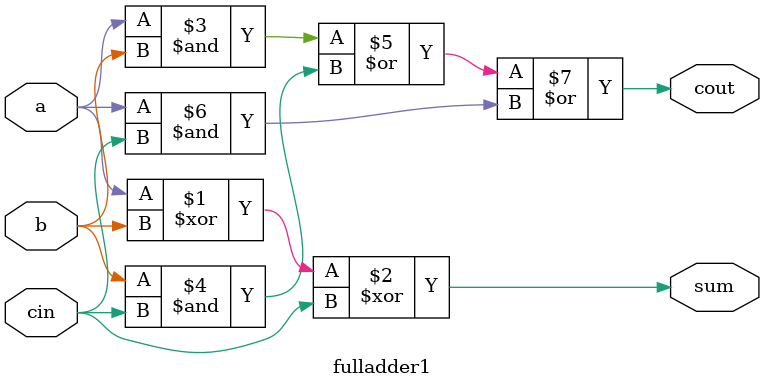
<source format=sv>
module fulladder1(a, b, cin, sum, cout);

 input a,b,cin;
 output sum,cout;

 assign sum=(a^b^cin);
 assign cout=((a&b)|(b&cin)|(a&cin));
 //assign{cout, sum} = a+b+cin;
 
endmodule


</source>
